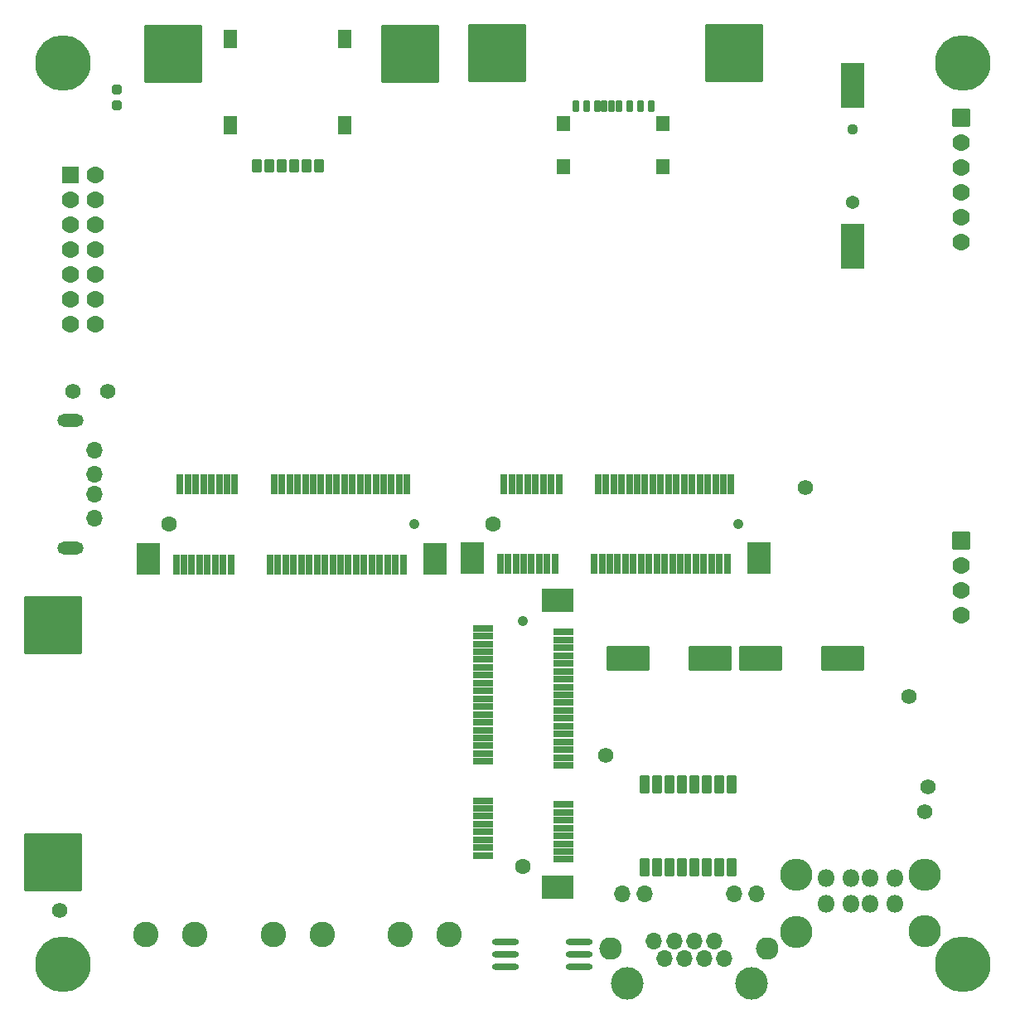
<source format=gbr>
%TF.GenerationSoftware,KiCad,Pcbnew,9.0.3*%
%TF.CreationDate,2025-10-22T18:56:13+03:00*%
%TF.ProjectId,ThingsGate-1,5468696e-6773-4476-9174-652d312e6b69,rev?*%
%TF.SameCoordinates,Original*%
%TF.FileFunction,Soldermask,Top*%
%TF.FilePolarity,Negative*%
%FSLAX46Y46*%
G04 Gerber Fmt 4.6, Leading zero omitted, Abs format (unit mm)*
G04 Created by KiCad (PCBNEW 9.0.3) date 2025-10-22 18:56:13*
%MOMM*%
%LPD*%
G01*
G04 APERTURE LIST*
G04 Aperture macros list*
%AMRoundRect*
0 Rectangle with rounded corners*
0 $1 Rounding radius*
0 $2 $3 $4 $5 $6 $7 $8 $9 X,Y pos of 4 corners*
0 Add a 4 corners polygon primitive as box body*
4,1,4,$2,$3,$4,$5,$6,$7,$8,$9,$2,$3,0*
0 Add four circle primitives for the rounded corners*
1,1,$1+$1,$2,$3*
1,1,$1+$1,$4,$5*
1,1,$1+$1,$6,$7*
1,1,$1+$1,$8,$9*
0 Add four rect primitives between the rounded corners*
20,1,$1+$1,$2,$3,$4,$5,0*
20,1,$1+$1,$4,$5,$6,$7,0*
20,1,$1+$1,$6,$7,$8,$9,0*
20,1,$1+$1,$8,$9,$2,$3,0*%
G04 Aperture macros list end*
%ADD10RoundRect,0.038000X-0.850000X-0.850000X0.850000X-0.850000X0.850000X0.850000X-0.850000X0.850000X0*%
%ADD11C,1.776000*%
%ADD12C,1.576000*%
%ADD13RoundRect,0.257600X1.980400X1.030400X-1.980400X1.030400X-1.980400X-1.030400X1.980400X-1.030400X0*%
%ADD14RoundRect,0.050800X0.250000X0.500000X-0.250000X0.500000X-0.250000X-0.500000X0.250000X-0.500000X0*%
%ADD15RoundRect,0.050800X0.650000X0.700000X-0.650000X0.700000X-0.650000X-0.700000X0.650000X-0.700000X0*%
%ADD16RoundRect,0.257600X-1.980400X-1.030400X1.980400X-1.030400X1.980400X1.030400X-1.980400X1.030400X0*%
%ADD17C,3.676000*%
%ADD18C,5.676000*%
%ADD19O,1.801600X1.801600*%
%ADD20O,3.301600X3.301600*%
%ADD21O,2.756600X0.661600*%
%ADD22RoundRect,0.261177X-0.626823X-0.626823X0.626823X-0.626823X0.626823X0.626823X-0.626823X0.626823X0*%
%ADD23RoundRect,0.102000X0.380000X0.835000X-0.380000X0.835000X-0.380000X-0.835000X0.380000X-0.835000X0*%
%ADD24C,2.604000*%
%ADD25O,1.701600X1.701600*%
%ADD26O,2.701600X1.301600*%
%ADD27C,1.600000*%
%ADD28RoundRect,0.038000X2.900000X-2.900000X2.900000X2.900000X-2.900000X2.900000X-2.900000X-2.900000X0*%
%ADD29C,1.050000*%
%ADD30RoundRect,0.038000X1.000000X-0.300000X1.000000X0.300000X-1.000000X0.300000X-1.000000X-0.300000X0*%
%ADD31RoundRect,0.038000X1.600000X-1.150000X1.600000X1.150000X-1.600000X1.150000X-1.600000X-1.150000X0*%
%ADD32C,1.126000*%
%ADD33C,1.376000*%
%ADD34RoundRect,0.038000X-1.150000X-2.250000X1.150000X-2.250000X1.150000X2.250000X-1.150000X2.250000X0*%
%ADD35RoundRect,0.050800X0.450000X0.600000X-0.450000X0.600000X-0.450000X-0.600000X0.450000X-0.600000X0*%
%ADD36RoundRect,0.050800X0.650000X0.900000X-0.650000X0.900000X-0.650000X-0.900000X0.650000X-0.900000X0*%
%ADD37RoundRect,0.038000X-2.900000X-2.900000X2.900000X-2.900000X2.900000X2.900000X-2.900000X2.900000X0*%
%ADD38RoundRect,0.038000X-0.300000X-1.000000X0.300000X-1.000000X0.300000X1.000000X-0.300000X1.000000X0*%
%ADD39RoundRect,0.038000X-1.150000X-1.600000X1.150000X-1.600000X1.150000X1.600000X-1.150000X1.600000X0*%
%ADD40RoundRect,0.237750X0.275250X-0.237750X0.275250X0.237750X-0.275250X0.237750X-0.275250X-0.237750X0*%
%ADD41C,3.326000*%
%ADD42O,1.700000X1.700000*%
%ADD43O,2.300000X2.300000*%
G04 APERTURE END LIST*
D10*
%TO.C,U3*%
X107800000Y-21540000D03*
D11*
X107800000Y-24080000D03*
X107800000Y-26620000D03*
X107800000Y-29160000D03*
X107800000Y-31700000D03*
X107800000Y-34240000D03*
D10*
X107800000Y-64750000D03*
D11*
X107800000Y-67290000D03*
X107800000Y-69830000D03*
X107800000Y-72370000D03*
%TD*%
D12*
%TO.C,TP5*%
X104100000Y-92400000D03*
%TD*%
%TO.C,TP6*%
X15700000Y-102500000D03*
%TD*%
%TO.C,TP2*%
X71500000Y-86700000D03*
%TD*%
D13*
%TO.C,C9*%
X95700000Y-76750000D03*
X87300000Y-76750000D03*
%TD*%
D14*
%TO.C,U15*%
X68400000Y-20407600D03*
X69500100Y-20407600D03*
X70599900Y-20407600D03*
X71350000Y-20407600D03*
X72800000Y-20407600D03*
X73899900Y-20407600D03*
X74999900Y-20407600D03*
X76100000Y-20407600D03*
X72050000Y-20407600D03*
D15*
X77349900Y-22142600D03*
X77349900Y-26592500D03*
X67150100Y-26592500D03*
X67150100Y-22142600D03*
%TD*%
D16*
%TO.C,C10*%
X73750000Y-76750000D03*
X82150000Y-76750000D03*
%TD*%
D17*
%TO.C,H3*%
X16000000Y-108000000D03*
D18*
X16000000Y-108000000D03*
%TD*%
D19*
%TO.C,J5*%
X94029850Y-99251000D03*
X96529150Y-99251000D03*
X98530750Y-99251000D03*
X101030050Y-99251000D03*
X94029850Y-101852000D03*
X96529150Y-101852000D03*
X98530750Y-101852000D03*
X101030050Y-101852000D03*
D20*
X90979250Y-98900500D03*
X90979250Y-104750100D03*
X104080650Y-98900500D03*
X104080650Y-104651100D03*
%TD*%
D21*
%TO.C,SW1*%
X61197500Y-105730000D03*
X61197500Y-107000000D03*
X61197500Y-108270000D03*
X68802500Y-108270000D03*
X68802500Y-107000000D03*
X68802500Y-105730000D03*
%TD*%
D12*
%TO.C,TP7*%
X17000000Y-49500000D03*
%TD*%
%TO.C,TP1*%
X91900000Y-59300000D03*
%TD*%
D22*
%TO.C,J1*%
X16747500Y-27380000D03*
D11*
X19287500Y-27380000D03*
X16747500Y-29920000D03*
X19287500Y-29920000D03*
X16747500Y-32460000D03*
X19287500Y-32460000D03*
X16747500Y-35000000D03*
X19287500Y-35000000D03*
X16747500Y-37540000D03*
X19287500Y-37540000D03*
X16747500Y-40080000D03*
X19287500Y-40080000D03*
X16747500Y-42620000D03*
X19287500Y-42620000D03*
%TD*%
D17*
%TO.C,H1*%
X16000000Y-16000000D03*
D18*
X16000000Y-16000000D03*
%TD*%
D23*
%TO.C,T1*%
X84390000Y-89620000D03*
X83120000Y-89620000D03*
X81850000Y-89620000D03*
X80580000Y-89620000D03*
X79310000Y-89620000D03*
X78040000Y-89620000D03*
X76770000Y-89620000D03*
X75500000Y-89620000D03*
X75500000Y-98150000D03*
X76770000Y-98150000D03*
X78040000Y-98150000D03*
X79310000Y-98150000D03*
X80580000Y-98150000D03*
X81850000Y-98150000D03*
X83120000Y-98150000D03*
X84390000Y-98150000D03*
%TD*%
D24*
%TO.C,J4*%
X24500000Y-105000000D03*
X29500000Y-105000000D03*
%TD*%
D25*
%TO.C,J7*%
X19200000Y-55500100D03*
X19200000Y-58000000D03*
X19200000Y-60000000D03*
X19200000Y-62500100D03*
D26*
X16800000Y-52450100D03*
X16800000Y-65549900D03*
%TD*%
D24*
%TO.C,J6*%
X50500000Y-105000000D03*
X55500000Y-105000000D03*
%TD*%
D12*
%TO.C,TP3*%
X102500000Y-80700000D03*
%TD*%
D27*
%TO.C,U2*%
X63052959Y-98000000D03*
D28*
X14997041Y-97579010D03*
X15002959Y-73400000D03*
D29*
X63052959Y-73000000D03*
D30*
X67152959Y-97300000D03*
X58952959Y-96900000D03*
X67152959Y-96500000D03*
X58952959Y-96100000D03*
X67152959Y-95700000D03*
X58952959Y-95300000D03*
X67152959Y-94900000D03*
X58952959Y-94500000D03*
X67152959Y-94100000D03*
X58952959Y-93700000D03*
X67152959Y-93300000D03*
X58952959Y-92900000D03*
X67152959Y-92500000D03*
X58952959Y-92100000D03*
X67152959Y-91700000D03*
X58952959Y-91300000D03*
X67152959Y-87700000D03*
X58952959Y-87300000D03*
X67152959Y-86900000D03*
X58952959Y-86500000D03*
X67152959Y-86100000D03*
X58952959Y-85700000D03*
X67152959Y-85300000D03*
X58952959Y-84900000D03*
X67152959Y-84500000D03*
X58952959Y-84100000D03*
X67152959Y-83700000D03*
X58952959Y-83300000D03*
X67152959Y-82900000D03*
X58952959Y-82500000D03*
X67152959Y-82100000D03*
X58952959Y-81700000D03*
X67152959Y-81300000D03*
X58952959Y-80900000D03*
X67152959Y-80500000D03*
X58952959Y-80100000D03*
X67152959Y-79700000D03*
X58952959Y-79300000D03*
X67152959Y-78900000D03*
X58952959Y-78500000D03*
X67152959Y-78100000D03*
X58952959Y-77700000D03*
X67152959Y-77300000D03*
X58952959Y-76900000D03*
X67152959Y-76500000D03*
X58952959Y-76100000D03*
X67152959Y-75700000D03*
X58952959Y-75300000D03*
X67152959Y-74900000D03*
X58952959Y-74500000D03*
X67152959Y-74100000D03*
X58952959Y-73700000D03*
D31*
X66552959Y-100150000D03*
X66552959Y-70850000D03*
%TD*%
D32*
%TO.C,BT1*%
X96750000Y-22775000D03*
D33*
X96750000Y-30225000D03*
D34*
X96750000Y-34700000D03*
X96750000Y-18300000D03*
%TD*%
D12*
%TO.C,TP4*%
X104400000Y-89900000D03*
%TD*%
%TO.C,TP8*%
X20600000Y-49500000D03*
%TD*%
D35*
%TO.C,U16*%
X42175100Y-26449900D03*
X39635100Y-26449900D03*
X37095100Y-26449900D03*
X40905100Y-26449900D03*
X38365100Y-26449900D03*
X35825100Y-26449900D03*
D36*
X44850000Y-13550100D03*
X44850000Y-22349900D03*
X33150000Y-22349900D03*
X33150000Y-13550100D03*
%TD*%
D24*
%TO.C,J3*%
X37500000Y-105000000D03*
X42500000Y-105000000D03*
%TD*%
D27*
%TO.C,U7*%
X26888849Y-63083467D03*
D37*
X27309839Y-15027549D03*
X51488849Y-15033467D03*
D29*
X51888849Y-63083467D03*
D38*
X27588849Y-67183467D03*
X27988849Y-58983467D03*
X28388849Y-67183467D03*
X28788849Y-58983467D03*
X29188849Y-67183467D03*
X29588849Y-58983467D03*
X29988849Y-67183467D03*
X30388849Y-58983467D03*
X30788849Y-67183467D03*
X31188849Y-58983467D03*
X31588849Y-67183467D03*
X31988849Y-58983467D03*
X32388849Y-67183467D03*
X32788849Y-58983467D03*
X33188849Y-67183467D03*
X33588849Y-58983467D03*
X37188849Y-67183467D03*
X37588849Y-58983467D03*
X37988849Y-67183467D03*
X38388849Y-58983467D03*
X38788849Y-67183467D03*
X39188849Y-58983467D03*
X39588849Y-67183467D03*
X39988849Y-58983467D03*
X40388849Y-67183467D03*
X40788849Y-58983467D03*
X41188849Y-67183467D03*
X41588849Y-58983467D03*
X41988849Y-67183467D03*
X42388849Y-58983467D03*
X42788849Y-67183467D03*
X43188849Y-58983467D03*
X43588849Y-67183467D03*
X43988849Y-58983467D03*
X44388849Y-67183467D03*
X44788849Y-58983467D03*
X45188849Y-67183467D03*
X45588849Y-58983467D03*
X45988849Y-67183467D03*
X46388849Y-58983467D03*
X46788849Y-67183467D03*
X47188849Y-58983467D03*
X47588849Y-67183467D03*
X47988849Y-58983467D03*
X48388849Y-67183467D03*
X48788849Y-58983467D03*
X49188849Y-67183467D03*
X49588849Y-58983467D03*
X49988849Y-67183467D03*
X50388849Y-58983467D03*
X50788849Y-67183467D03*
X51188849Y-58983467D03*
D39*
X24738849Y-66583467D03*
X54038849Y-66583467D03*
%TD*%
D17*
%TO.C,H4*%
X108000000Y-108000000D03*
D18*
X108000000Y-108000000D03*
%TD*%
D17*
%TO.C,H2*%
X108000000Y-16000000D03*
D18*
X108000000Y-16000000D03*
%TD*%
D27*
%TO.C,U8*%
X60000000Y-63052959D03*
D37*
X60420990Y-14997041D03*
X84600000Y-15002959D03*
D29*
X85000000Y-63052959D03*
D38*
X60700000Y-67152959D03*
X61100000Y-58952959D03*
X61500000Y-67152959D03*
X61900000Y-58952959D03*
X62300000Y-67152959D03*
X62700000Y-58952959D03*
X63100000Y-67152959D03*
X63500000Y-58952959D03*
X63900000Y-67152959D03*
X64300000Y-58952959D03*
X64700000Y-67152959D03*
X65100000Y-58952959D03*
X65500000Y-67152959D03*
X65900000Y-58952959D03*
X66300000Y-67152959D03*
X66700000Y-58952959D03*
X70300000Y-67152959D03*
X70700000Y-58952959D03*
X71100000Y-67152959D03*
X71500000Y-58952959D03*
X71900000Y-67152959D03*
X72300000Y-58952959D03*
X72700000Y-67152959D03*
X73100000Y-58952959D03*
X73500000Y-67152959D03*
X73900000Y-58952959D03*
X74300000Y-67152959D03*
X74700000Y-58952959D03*
X75100000Y-67152959D03*
X75500000Y-58952959D03*
X75900000Y-67152959D03*
X76300000Y-58952959D03*
X76700000Y-67152959D03*
X77100000Y-58952959D03*
X77500000Y-67152959D03*
X77900000Y-58952959D03*
X78300000Y-67152959D03*
X78700000Y-58952959D03*
X79100000Y-67152959D03*
X79500000Y-58952959D03*
X79900000Y-67152959D03*
X80300000Y-58952959D03*
X80700000Y-67152959D03*
X81100000Y-58952959D03*
X81500000Y-67152959D03*
X81900000Y-58952959D03*
X82300000Y-67152959D03*
X82700000Y-58952959D03*
X83100000Y-67152959D03*
X83500000Y-58952959D03*
X83900000Y-67152959D03*
X84300000Y-58952959D03*
D39*
X57850000Y-66552959D03*
X87150000Y-66552959D03*
%TD*%
D40*
%TO.C,D12*%
X21500000Y-20287500D03*
X21500000Y-18712500D03*
%TD*%
D41*
%TO.C,U11*%
X73650000Y-109960000D03*
X86350000Y-109960000D03*
D42*
X83570000Y-107420000D03*
X82549900Y-105639900D03*
X81530100Y-107420000D03*
X80510100Y-105639900D03*
X79490000Y-107420000D03*
X78469900Y-105639900D03*
X77450100Y-107420000D03*
X76430100Y-105639900D03*
X73140000Y-100820000D03*
X75430100Y-100820000D03*
X84570000Y-100820000D03*
X86860100Y-100820000D03*
D43*
X71975100Y-106399900D03*
X88024900Y-106399900D03*
%TD*%
M02*

</source>
